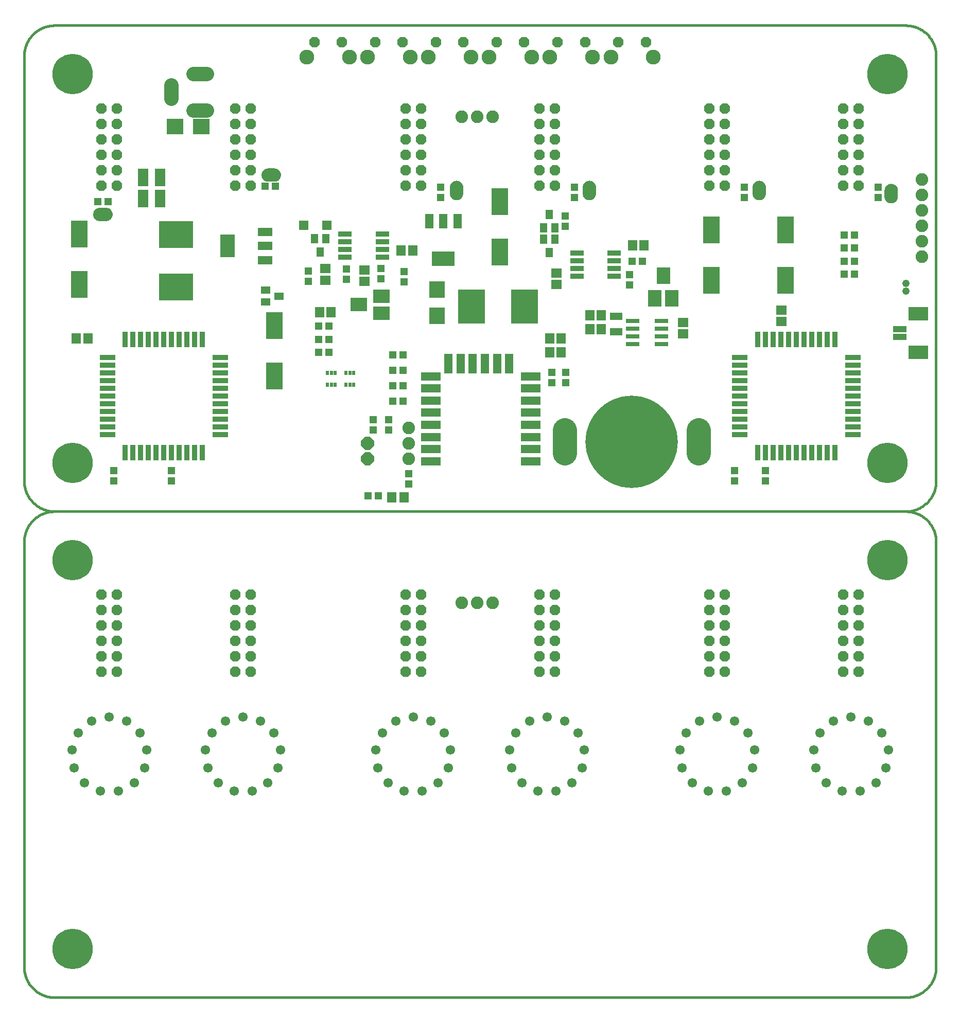
<source format=gts>
G75*
%MOIN*%
%OFA0B0*%
%FSLAX25Y25*%
%IPPOS*%
%LPD*%
%AMOC8*
5,1,8,0,0,1.08239X$1,22.5*
%
%ADD10C,0.01600*%
%ADD11C,0.08200*%
%ADD12OC8,0.08400*%
%ADD13R,0.04737X0.05131*%
%ADD14R,0.05131X0.04737*%
%ADD15OC8,0.06800*%
%ADD16R,0.03359X0.10249*%
%ADD17R,0.10249X0.03359*%
%ADD18R,0.02454X0.03162*%
%ADD19R,0.08800X0.03400*%
%ADD20R,0.07099X0.11430*%
%ADD21R,0.06312X0.06312*%
%ADD22R,0.06312X0.04737*%
%ADD23R,0.04737X0.06312*%
%ADD24R,0.22454X0.17335*%
%ADD25R,0.10643X0.17729*%
%ADD26R,0.12611X0.05524*%
%ADD27R,0.05524X0.12611*%
%ADD28R,0.17335X0.22454*%
%ADD29R,0.08600X0.03000*%
%ADD30R,0.05918X0.06706*%
%ADD31R,0.06706X0.05918*%
%ADD32R,0.08280X0.05131*%
%ADD33C,0.59855*%
%ADD34C,0.15800*%
%ADD35R,0.12611X0.09068*%
%ADD36R,0.08674X0.03950*%
%ADD37C,0.04769*%
%ADD38R,0.09855X0.10643*%
%ADD39R,0.10643X0.09855*%
%ADD40C,0.09400*%
%ADD41C,0.09650*%
%ADD42R,0.10643X0.08674*%
%ADD43R,0.11036X0.08674*%
%ADD44R,0.05918X0.07099*%
%ADD45R,0.08674X0.10643*%
%ADD46R,0.08674X0.11036*%
%ADD47R,0.05600X0.09600*%
%ADD48R,0.14973X0.09461*%
%ADD49R,0.09600X0.05600*%
%ADD50R,0.09461X0.14973*%
%ADD51C,0.06107*%
%ADD52C,0.00500*%
%ADD53C,0.26200*%
D10*
X0001800Y0021485D02*
X0001800Y0297076D01*
X0001806Y0297552D01*
X0001823Y0298027D01*
X0001852Y0298502D01*
X0001892Y0298976D01*
X0001944Y0299449D01*
X0002007Y0299920D01*
X0002081Y0300390D01*
X0002167Y0300858D01*
X0002264Y0301324D01*
X0002372Y0301787D01*
X0002491Y0302247D01*
X0002622Y0302705D01*
X0002763Y0303159D01*
X0002916Y0303610D01*
X0003079Y0304056D01*
X0003253Y0304499D01*
X0003438Y0304937D01*
X0003633Y0305371D01*
X0003839Y0305800D01*
X0004055Y0306224D01*
X0004281Y0306643D01*
X0004517Y0307056D01*
X0004763Y0307463D01*
X0005019Y0307864D01*
X0005285Y0308258D01*
X0005560Y0308647D01*
X0005844Y0309028D01*
X0006137Y0309402D01*
X0006439Y0309770D01*
X0006751Y0310130D01*
X0007070Y0310482D01*
X0007398Y0310826D01*
X0007735Y0311163D01*
X0008079Y0311491D01*
X0008431Y0311810D01*
X0008791Y0312122D01*
X0009159Y0312424D01*
X0009533Y0312717D01*
X0009914Y0313001D01*
X0010303Y0313276D01*
X0010697Y0313542D01*
X0011098Y0313798D01*
X0011505Y0314044D01*
X0011918Y0314280D01*
X0012337Y0314506D01*
X0012761Y0314722D01*
X0013190Y0314928D01*
X0013624Y0315123D01*
X0014062Y0315308D01*
X0014505Y0315482D01*
X0014951Y0315645D01*
X0015402Y0315798D01*
X0015856Y0315939D01*
X0016314Y0316070D01*
X0016774Y0316189D01*
X0017237Y0316297D01*
X0017703Y0316394D01*
X0018171Y0316480D01*
X0018641Y0316554D01*
X0019112Y0316617D01*
X0019585Y0316669D01*
X0020059Y0316709D01*
X0020534Y0316738D01*
X0021009Y0316755D01*
X0021485Y0316761D01*
X0572666Y0316761D01*
X0573142Y0316755D01*
X0573617Y0316738D01*
X0574092Y0316709D01*
X0574566Y0316669D01*
X0575039Y0316617D01*
X0575510Y0316554D01*
X0575980Y0316480D01*
X0576448Y0316394D01*
X0576914Y0316297D01*
X0577377Y0316189D01*
X0577837Y0316070D01*
X0578295Y0315939D01*
X0578749Y0315798D01*
X0579200Y0315645D01*
X0579646Y0315482D01*
X0580089Y0315308D01*
X0580527Y0315123D01*
X0580961Y0314928D01*
X0581390Y0314722D01*
X0581814Y0314506D01*
X0582233Y0314280D01*
X0582646Y0314044D01*
X0583053Y0313798D01*
X0583454Y0313542D01*
X0583848Y0313276D01*
X0584237Y0313001D01*
X0584618Y0312717D01*
X0584992Y0312424D01*
X0585360Y0312122D01*
X0585720Y0311810D01*
X0586072Y0311491D01*
X0586416Y0311163D01*
X0586753Y0310826D01*
X0587081Y0310482D01*
X0587400Y0310130D01*
X0587712Y0309770D01*
X0588014Y0309402D01*
X0588307Y0309028D01*
X0588591Y0308647D01*
X0588866Y0308258D01*
X0589132Y0307864D01*
X0589388Y0307463D01*
X0589634Y0307056D01*
X0589870Y0306643D01*
X0590096Y0306224D01*
X0590312Y0305800D01*
X0590518Y0305371D01*
X0590713Y0304937D01*
X0590898Y0304499D01*
X0591072Y0304056D01*
X0591235Y0303610D01*
X0591388Y0303159D01*
X0591529Y0302705D01*
X0591660Y0302247D01*
X0591779Y0301787D01*
X0591887Y0301324D01*
X0591984Y0300858D01*
X0592070Y0300390D01*
X0592144Y0299920D01*
X0592207Y0299449D01*
X0592259Y0298976D01*
X0592299Y0298502D01*
X0592328Y0298027D01*
X0592345Y0297552D01*
X0592351Y0297076D01*
X0592351Y0021485D01*
X0592345Y0021009D01*
X0592328Y0020534D01*
X0592299Y0020059D01*
X0592259Y0019585D01*
X0592207Y0019112D01*
X0592144Y0018641D01*
X0592070Y0018171D01*
X0591984Y0017703D01*
X0591887Y0017237D01*
X0591779Y0016774D01*
X0591660Y0016314D01*
X0591529Y0015856D01*
X0591388Y0015402D01*
X0591235Y0014951D01*
X0591072Y0014505D01*
X0590898Y0014062D01*
X0590713Y0013624D01*
X0590518Y0013190D01*
X0590312Y0012761D01*
X0590096Y0012337D01*
X0589870Y0011918D01*
X0589634Y0011505D01*
X0589388Y0011098D01*
X0589132Y0010697D01*
X0588866Y0010303D01*
X0588591Y0009914D01*
X0588307Y0009533D01*
X0588014Y0009159D01*
X0587712Y0008791D01*
X0587400Y0008431D01*
X0587081Y0008079D01*
X0586753Y0007735D01*
X0586416Y0007398D01*
X0586072Y0007070D01*
X0585720Y0006751D01*
X0585360Y0006439D01*
X0584992Y0006137D01*
X0584618Y0005844D01*
X0584237Y0005560D01*
X0583848Y0005285D01*
X0583454Y0005019D01*
X0583053Y0004763D01*
X0582646Y0004517D01*
X0582233Y0004281D01*
X0581814Y0004055D01*
X0581390Y0003839D01*
X0580961Y0003633D01*
X0580527Y0003438D01*
X0580089Y0003253D01*
X0579646Y0003079D01*
X0579200Y0002916D01*
X0578749Y0002763D01*
X0578295Y0002622D01*
X0577837Y0002491D01*
X0577377Y0002372D01*
X0576914Y0002264D01*
X0576448Y0002167D01*
X0575980Y0002081D01*
X0575510Y0002007D01*
X0575039Y0001944D01*
X0574566Y0001892D01*
X0574092Y0001852D01*
X0573617Y0001823D01*
X0573142Y0001806D01*
X0572666Y0001800D01*
X0021485Y0001800D01*
X0021009Y0001806D01*
X0020534Y0001823D01*
X0020059Y0001852D01*
X0019585Y0001892D01*
X0019112Y0001944D01*
X0018641Y0002007D01*
X0018171Y0002081D01*
X0017703Y0002167D01*
X0017237Y0002264D01*
X0016774Y0002372D01*
X0016314Y0002491D01*
X0015856Y0002622D01*
X0015402Y0002763D01*
X0014951Y0002916D01*
X0014505Y0003079D01*
X0014062Y0003253D01*
X0013624Y0003438D01*
X0013190Y0003633D01*
X0012761Y0003839D01*
X0012337Y0004055D01*
X0011918Y0004281D01*
X0011505Y0004517D01*
X0011098Y0004763D01*
X0010697Y0005019D01*
X0010303Y0005285D01*
X0009914Y0005560D01*
X0009533Y0005844D01*
X0009159Y0006137D01*
X0008791Y0006439D01*
X0008431Y0006751D01*
X0008079Y0007070D01*
X0007735Y0007398D01*
X0007398Y0007735D01*
X0007070Y0008079D01*
X0006751Y0008431D01*
X0006439Y0008791D01*
X0006137Y0009159D01*
X0005844Y0009533D01*
X0005560Y0009914D01*
X0005285Y0010303D01*
X0005019Y0010697D01*
X0004763Y0011098D01*
X0004517Y0011505D01*
X0004281Y0011918D01*
X0004055Y0012337D01*
X0003839Y0012761D01*
X0003633Y0013190D01*
X0003438Y0013624D01*
X0003253Y0014062D01*
X0003079Y0014505D01*
X0002916Y0014951D01*
X0002763Y0015402D01*
X0002622Y0015856D01*
X0002491Y0016314D01*
X0002372Y0016774D01*
X0002264Y0017237D01*
X0002167Y0017703D01*
X0002081Y0018171D01*
X0002007Y0018641D01*
X0001944Y0019112D01*
X0001892Y0019585D01*
X0001852Y0020059D01*
X0001823Y0020534D01*
X0001806Y0021009D01*
X0001800Y0021485D01*
X0001800Y0336446D02*
X0001800Y0612036D01*
X0001806Y0612512D01*
X0001823Y0612987D01*
X0001852Y0613462D01*
X0001892Y0613936D01*
X0001944Y0614409D01*
X0002007Y0614880D01*
X0002081Y0615350D01*
X0002167Y0615818D01*
X0002264Y0616284D01*
X0002372Y0616747D01*
X0002491Y0617207D01*
X0002622Y0617665D01*
X0002763Y0618119D01*
X0002916Y0618570D01*
X0003079Y0619016D01*
X0003253Y0619459D01*
X0003438Y0619897D01*
X0003633Y0620331D01*
X0003839Y0620760D01*
X0004055Y0621184D01*
X0004281Y0621603D01*
X0004517Y0622016D01*
X0004763Y0622423D01*
X0005019Y0622824D01*
X0005285Y0623218D01*
X0005560Y0623607D01*
X0005844Y0623988D01*
X0006137Y0624362D01*
X0006439Y0624730D01*
X0006751Y0625090D01*
X0007070Y0625442D01*
X0007398Y0625786D01*
X0007735Y0626123D01*
X0008079Y0626451D01*
X0008431Y0626770D01*
X0008791Y0627082D01*
X0009159Y0627384D01*
X0009533Y0627677D01*
X0009914Y0627961D01*
X0010303Y0628236D01*
X0010697Y0628502D01*
X0011098Y0628758D01*
X0011505Y0629004D01*
X0011918Y0629240D01*
X0012337Y0629466D01*
X0012761Y0629682D01*
X0013190Y0629888D01*
X0013624Y0630083D01*
X0014062Y0630268D01*
X0014505Y0630442D01*
X0014951Y0630605D01*
X0015402Y0630758D01*
X0015856Y0630899D01*
X0016314Y0631030D01*
X0016774Y0631149D01*
X0017237Y0631257D01*
X0017703Y0631354D01*
X0018171Y0631440D01*
X0018641Y0631514D01*
X0019112Y0631577D01*
X0019585Y0631629D01*
X0020059Y0631669D01*
X0020534Y0631698D01*
X0021009Y0631715D01*
X0021485Y0631721D01*
X0572666Y0631721D01*
X0573142Y0631715D01*
X0573617Y0631698D01*
X0574092Y0631669D01*
X0574566Y0631629D01*
X0575039Y0631577D01*
X0575510Y0631514D01*
X0575980Y0631440D01*
X0576448Y0631354D01*
X0576914Y0631257D01*
X0577377Y0631149D01*
X0577837Y0631030D01*
X0578295Y0630899D01*
X0578749Y0630758D01*
X0579200Y0630605D01*
X0579646Y0630442D01*
X0580089Y0630268D01*
X0580527Y0630083D01*
X0580961Y0629888D01*
X0581390Y0629682D01*
X0581814Y0629466D01*
X0582233Y0629240D01*
X0582646Y0629004D01*
X0583053Y0628758D01*
X0583454Y0628502D01*
X0583848Y0628236D01*
X0584237Y0627961D01*
X0584618Y0627677D01*
X0584992Y0627384D01*
X0585360Y0627082D01*
X0585720Y0626770D01*
X0586072Y0626451D01*
X0586416Y0626123D01*
X0586753Y0625786D01*
X0587081Y0625442D01*
X0587400Y0625090D01*
X0587712Y0624730D01*
X0588014Y0624362D01*
X0588307Y0623988D01*
X0588591Y0623607D01*
X0588866Y0623218D01*
X0589132Y0622824D01*
X0589388Y0622423D01*
X0589634Y0622016D01*
X0589870Y0621603D01*
X0590096Y0621184D01*
X0590312Y0620760D01*
X0590518Y0620331D01*
X0590713Y0619897D01*
X0590898Y0619459D01*
X0591072Y0619016D01*
X0591235Y0618570D01*
X0591388Y0618119D01*
X0591529Y0617665D01*
X0591660Y0617207D01*
X0591779Y0616747D01*
X0591887Y0616284D01*
X0591984Y0615818D01*
X0592070Y0615350D01*
X0592144Y0614880D01*
X0592207Y0614409D01*
X0592259Y0613936D01*
X0592299Y0613462D01*
X0592328Y0612987D01*
X0592345Y0612512D01*
X0592351Y0612036D01*
X0592351Y0336446D01*
X0592345Y0335970D01*
X0592328Y0335495D01*
X0592299Y0335020D01*
X0592259Y0334546D01*
X0592207Y0334073D01*
X0592144Y0333602D01*
X0592070Y0333132D01*
X0591984Y0332664D01*
X0591887Y0332198D01*
X0591779Y0331735D01*
X0591660Y0331275D01*
X0591529Y0330817D01*
X0591388Y0330363D01*
X0591235Y0329912D01*
X0591072Y0329466D01*
X0590898Y0329023D01*
X0590713Y0328585D01*
X0590518Y0328151D01*
X0590312Y0327722D01*
X0590096Y0327298D01*
X0589870Y0326879D01*
X0589634Y0326466D01*
X0589388Y0326059D01*
X0589132Y0325658D01*
X0588866Y0325264D01*
X0588591Y0324875D01*
X0588307Y0324494D01*
X0588014Y0324120D01*
X0587712Y0323752D01*
X0587400Y0323392D01*
X0587081Y0323040D01*
X0586753Y0322696D01*
X0586416Y0322359D01*
X0586072Y0322031D01*
X0585720Y0321712D01*
X0585360Y0321400D01*
X0584992Y0321098D01*
X0584618Y0320805D01*
X0584237Y0320521D01*
X0583848Y0320246D01*
X0583454Y0319980D01*
X0583053Y0319724D01*
X0582646Y0319478D01*
X0582233Y0319242D01*
X0581814Y0319016D01*
X0581390Y0318800D01*
X0580961Y0318594D01*
X0580527Y0318399D01*
X0580089Y0318214D01*
X0579646Y0318040D01*
X0579200Y0317877D01*
X0578749Y0317724D01*
X0578295Y0317583D01*
X0577837Y0317452D01*
X0577377Y0317333D01*
X0576914Y0317225D01*
X0576448Y0317128D01*
X0575980Y0317042D01*
X0575510Y0316968D01*
X0575039Y0316905D01*
X0574566Y0316853D01*
X0574092Y0316813D01*
X0573617Y0316784D01*
X0573142Y0316767D01*
X0572666Y0316761D01*
X0021485Y0316761D02*
X0021009Y0316767D01*
X0020534Y0316784D01*
X0020059Y0316813D01*
X0019585Y0316853D01*
X0019112Y0316905D01*
X0018641Y0316968D01*
X0018171Y0317042D01*
X0017703Y0317128D01*
X0017237Y0317225D01*
X0016774Y0317333D01*
X0016314Y0317452D01*
X0015856Y0317583D01*
X0015402Y0317724D01*
X0014951Y0317877D01*
X0014505Y0318040D01*
X0014062Y0318214D01*
X0013624Y0318399D01*
X0013190Y0318594D01*
X0012761Y0318800D01*
X0012337Y0319016D01*
X0011918Y0319242D01*
X0011505Y0319478D01*
X0011098Y0319724D01*
X0010697Y0319980D01*
X0010303Y0320246D01*
X0009914Y0320521D01*
X0009533Y0320805D01*
X0009159Y0321098D01*
X0008791Y0321400D01*
X0008431Y0321712D01*
X0008079Y0322031D01*
X0007735Y0322359D01*
X0007398Y0322696D01*
X0007070Y0323040D01*
X0006751Y0323392D01*
X0006439Y0323752D01*
X0006137Y0324120D01*
X0005844Y0324494D01*
X0005560Y0324875D01*
X0005285Y0325264D01*
X0005019Y0325658D01*
X0004763Y0326059D01*
X0004517Y0326466D01*
X0004281Y0326879D01*
X0004055Y0327298D01*
X0003839Y0327722D01*
X0003633Y0328151D01*
X0003438Y0328585D01*
X0003253Y0329023D01*
X0003079Y0329466D01*
X0002916Y0329912D01*
X0002763Y0330363D01*
X0002622Y0330817D01*
X0002491Y0331275D01*
X0002372Y0331735D01*
X0002264Y0332198D01*
X0002167Y0332664D01*
X0002081Y0333132D01*
X0002007Y0333602D01*
X0001944Y0334073D01*
X0001892Y0334546D01*
X0001852Y0335020D01*
X0001823Y0335495D01*
X0001806Y0335970D01*
X0001800Y0336446D01*
D11*
X0250800Y0350761D03*
X0250800Y0360761D03*
X0250800Y0370761D03*
X0285265Y0257706D03*
X0295265Y0257706D03*
X0305265Y0257706D03*
X0583178Y0481792D03*
X0583178Y0491792D03*
X0583178Y0501792D03*
X0583178Y0511792D03*
X0583178Y0521792D03*
X0583178Y0531792D03*
X0305265Y0572666D03*
X0295265Y0572666D03*
X0285265Y0572666D03*
D12*
X0224300Y0360761D03*
X0224300Y0350761D03*
D13*
X0224454Y0326761D03*
X0231146Y0326761D03*
X0240454Y0388261D03*
X0247146Y0388261D03*
X0247146Y0398261D03*
X0240454Y0398261D03*
X0240454Y0408261D03*
X0247146Y0408261D03*
X0247146Y0418261D03*
X0240454Y0418261D03*
X0199146Y0419761D03*
X0199146Y0428261D03*
X0199146Y0436761D03*
X0192454Y0436761D03*
X0192454Y0428261D03*
X0192454Y0419761D03*
X0164595Y0527391D03*
X0157902Y0527391D03*
X0056328Y0517548D03*
X0049635Y0517548D03*
X0395454Y0478761D03*
X0402146Y0478761D03*
X0532792Y0478946D03*
X0539485Y0478946D03*
X0539485Y0487446D03*
X0532792Y0487446D03*
X0532792Y0495946D03*
X0539485Y0495946D03*
X0539485Y0470446D03*
X0532792Y0470446D03*
D14*
X0554950Y0520107D03*
X0554950Y0526800D03*
X0468335Y0526800D03*
X0468335Y0520107D03*
X0393800Y0470107D03*
X0393800Y0463414D03*
X0352300Y0501414D03*
X0352300Y0508107D03*
X0358099Y0520107D03*
X0358099Y0526800D03*
X0271485Y0526800D03*
X0271485Y0520107D03*
X0247800Y0472107D03*
X0247800Y0465414D03*
X0232957Y0467517D03*
X0232957Y0474209D03*
X0210643Y0474005D03*
X0210643Y0467312D03*
X0185698Y0465981D03*
X0185698Y0472674D03*
X0227800Y0376107D03*
X0227800Y0369414D03*
X0237800Y0369414D03*
X0237800Y0376107D03*
X0250800Y0341107D03*
X0250800Y0334414D03*
X0343406Y0400083D03*
X0343406Y0406776D03*
X0352406Y0406776D03*
X0352406Y0400083D03*
X0461800Y0343107D03*
X0461800Y0336414D03*
X0481800Y0336414D03*
X0481800Y0343107D03*
X0097300Y0343107D03*
X0097300Y0336414D03*
X0059800Y0336414D03*
X0059800Y0343107D03*
D15*
X0061918Y0263020D03*
X0061918Y0253020D03*
X0061918Y0243020D03*
X0061918Y0233020D03*
X0061918Y0223020D03*
X0061918Y0213020D03*
X0051918Y0213020D03*
X0051918Y0223020D03*
X0051918Y0233020D03*
X0051918Y0243020D03*
X0051918Y0253020D03*
X0051918Y0263020D03*
X0138532Y0263020D03*
X0138532Y0253020D03*
X0138532Y0243020D03*
X0138532Y0233020D03*
X0138532Y0223020D03*
X0138532Y0213020D03*
X0148532Y0213020D03*
X0148532Y0223020D03*
X0148532Y0233020D03*
X0148532Y0243020D03*
X0148532Y0253020D03*
X0148532Y0263020D03*
X0248769Y0263020D03*
X0258769Y0263020D03*
X0258769Y0253020D03*
X0258769Y0243020D03*
X0248769Y0243020D03*
X0248769Y0253020D03*
X0248769Y0233020D03*
X0258769Y0233020D03*
X0258769Y0223020D03*
X0248769Y0223020D03*
X0248769Y0213020D03*
X0258769Y0213020D03*
X0335383Y0213020D03*
X0345383Y0213020D03*
X0345383Y0223020D03*
X0345383Y0233020D03*
X0335383Y0233020D03*
X0335383Y0223020D03*
X0335383Y0243020D03*
X0335383Y0253020D03*
X0345383Y0253020D03*
X0345383Y0243020D03*
X0345383Y0263020D03*
X0335383Y0263020D03*
X0445619Y0263020D03*
X0445619Y0253020D03*
X0445619Y0243020D03*
X0445619Y0233020D03*
X0445619Y0223020D03*
X0445619Y0213020D03*
X0455619Y0213020D03*
X0455619Y0223020D03*
X0455619Y0233020D03*
X0455619Y0243020D03*
X0455619Y0253020D03*
X0455619Y0263020D03*
X0532233Y0263020D03*
X0542233Y0263020D03*
X0542233Y0253020D03*
X0542233Y0243020D03*
X0532233Y0243020D03*
X0532233Y0253020D03*
X0532233Y0233020D03*
X0532233Y0223020D03*
X0542233Y0223020D03*
X0542233Y0233020D03*
X0542233Y0213020D03*
X0532233Y0213020D03*
X0532233Y0527981D03*
X0542233Y0527981D03*
X0542233Y0537981D03*
X0532233Y0537981D03*
X0532233Y0547981D03*
X0542233Y0547981D03*
X0542233Y0557981D03*
X0532233Y0557981D03*
X0532233Y0567981D03*
X0542233Y0567981D03*
X0542233Y0577981D03*
X0532233Y0577981D03*
X0455619Y0577981D03*
X0455619Y0567981D03*
X0455619Y0557981D03*
X0455619Y0547981D03*
X0455619Y0537981D03*
X0455619Y0527981D03*
X0445619Y0527981D03*
X0445619Y0537981D03*
X0445619Y0547981D03*
X0445619Y0557981D03*
X0445619Y0567981D03*
X0445619Y0577981D03*
X0404401Y0620873D03*
X0386601Y0620873D03*
X0365031Y0620873D03*
X0347231Y0620873D03*
X0325661Y0620873D03*
X0307861Y0620873D03*
X0286291Y0620873D03*
X0268491Y0620873D03*
X0246920Y0620873D03*
X0229120Y0620873D03*
X0207550Y0620873D03*
X0189750Y0620873D03*
X0148532Y0577981D03*
X0138532Y0577981D03*
X0138532Y0567981D03*
X0138532Y0557981D03*
X0138532Y0547981D03*
X0138532Y0537981D03*
X0138532Y0527981D03*
X0148532Y0527981D03*
X0148532Y0537981D03*
X0148532Y0547981D03*
X0148532Y0557981D03*
X0148532Y0567981D03*
X0061918Y0567981D03*
X0061918Y0557981D03*
X0051918Y0557981D03*
X0051918Y0567981D03*
X0051918Y0577981D03*
X0061918Y0577981D03*
X0061918Y0547981D03*
X0051918Y0547981D03*
X0051918Y0537981D03*
X0051918Y0527981D03*
X0061918Y0527981D03*
X0061918Y0537981D03*
X0248769Y0537981D03*
X0258769Y0537981D03*
X0258769Y0527981D03*
X0248769Y0527981D03*
X0248769Y0547981D03*
X0258769Y0547981D03*
X0258769Y0557981D03*
X0258769Y0567981D03*
X0248769Y0567981D03*
X0248769Y0557981D03*
X0248769Y0577981D03*
X0258769Y0577981D03*
X0335383Y0577981D03*
X0345383Y0577981D03*
X0345383Y0567981D03*
X0345383Y0557981D03*
X0345383Y0547981D03*
X0345383Y0537981D03*
X0345383Y0527981D03*
X0335383Y0527981D03*
X0335383Y0537981D03*
X0335383Y0547981D03*
X0335383Y0557981D03*
X0335383Y0567981D03*
D16*
X0476800Y0428178D03*
X0481800Y0428178D03*
X0486800Y0428178D03*
X0491800Y0428178D03*
X0496800Y0428178D03*
X0501800Y0428178D03*
X0506800Y0428178D03*
X0511800Y0428178D03*
X0516800Y0428178D03*
X0521800Y0428178D03*
X0526800Y0428178D03*
X0526800Y0354950D03*
X0521800Y0354950D03*
X0516800Y0354950D03*
X0511800Y0354950D03*
X0506800Y0354950D03*
X0501800Y0354950D03*
X0496800Y0354950D03*
X0491800Y0354950D03*
X0486800Y0354950D03*
X0481800Y0354950D03*
X0476800Y0354950D03*
X0117351Y0354950D03*
X0112351Y0354950D03*
X0107351Y0354950D03*
X0102351Y0354950D03*
X0097351Y0354950D03*
X0092351Y0354950D03*
X0087351Y0354950D03*
X0082351Y0354950D03*
X0077351Y0354950D03*
X0072351Y0354950D03*
X0067351Y0354950D03*
X0067351Y0428178D03*
X0072351Y0428178D03*
X0077351Y0428178D03*
X0082351Y0428178D03*
X0087351Y0428178D03*
X0092351Y0428178D03*
X0097351Y0428178D03*
X0102351Y0428178D03*
X0107351Y0428178D03*
X0112351Y0428178D03*
X0117351Y0428178D03*
D17*
X0128965Y0416564D03*
X0128965Y0411564D03*
X0128965Y0406564D03*
X0128965Y0401564D03*
X0128965Y0396564D03*
X0128965Y0391564D03*
X0128965Y0386564D03*
X0128965Y0381564D03*
X0128965Y0376564D03*
X0128965Y0371564D03*
X0128965Y0366564D03*
X0055737Y0366564D03*
X0055737Y0371564D03*
X0055737Y0376564D03*
X0055737Y0381564D03*
X0055737Y0386564D03*
X0055737Y0391564D03*
X0055737Y0396564D03*
X0055737Y0401564D03*
X0055737Y0406564D03*
X0055737Y0411564D03*
X0055737Y0416564D03*
X0465186Y0416564D03*
X0465186Y0411564D03*
X0465186Y0406564D03*
X0465186Y0401564D03*
X0465186Y0396564D03*
X0465186Y0391564D03*
X0465186Y0386564D03*
X0465186Y0381564D03*
X0465186Y0376564D03*
X0465186Y0371564D03*
X0465186Y0366564D03*
X0538414Y0366564D03*
X0538414Y0371564D03*
X0538414Y0376564D03*
X0538414Y0381564D03*
X0538414Y0386564D03*
X0538414Y0391564D03*
X0538414Y0396564D03*
X0538414Y0401564D03*
X0538414Y0406564D03*
X0538414Y0411564D03*
X0538414Y0416564D03*
D18*
X0215359Y0406501D03*
X0212800Y0406501D03*
X0210241Y0406501D03*
X0203359Y0406501D03*
X0200800Y0406501D03*
X0198241Y0406501D03*
X0198241Y0399020D03*
X0200800Y0399020D03*
X0203359Y0399020D03*
X0210241Y0399020D03*
X0212800Y0399020D03*
X0215359Y0399020D03*
D19*
X0209582Y0481434D03*
X0209582Y0486434D03*
X0209582Y0491434D03*
X0209582Y0496434D03*
X0233782Y0496434D03*
X0233782Y0491434D03*
X0233782Y0486434D03*
X0233782Y0481434D03*
X0359755Y0479300D03*
X0359755Y0474300D03*
X0359755Y0469300D03*
X0359755Y0484300D03*
X0383955Y0484300D03*
X0383955Y0479300D03*
X0383955Y0474300D03*
X0383955Y0469300D03*
D20*
X0089989Y0519517D03*
X0078965Y0519517D03*
X0078965Y0533296D03*
X0089989Y0533296D03*
D21*
X0182902Y0502154D03*
X0197863Y0502154D03*
D22*
X0166879Y0456328D03*
X0158217Y0460068D03*
X0158217Y0452587D03*
D23*
X0193493Y0484989D03*
X0197233Y0493650D03*
X0189753Y0493650D03*
X0338060Y0493091D03*
X0338060Y0500430D03*
X0345540Y0500430D03*
X0345540Y0493091D03*
X0341800Y0484430D03*
X0341800Y0509091D03*
D24*
X0100209Y0496312D03*
X0100209Y0462060D03*
D25*
X0037391Y0463713D03*
X0037391Y0496391D03*
X0163847Y0437194D03*
X0163847Y0404517D03*
X0309800Y0484922D03*
X0309800Y0517599D03*
X0446800Y0499099D03*
X0446800Y0466422D03*
X0494800Y0466422D03*
X0494800Y0499099D03*
D26*
X0329753Y0404359D03*
X0329753Y0396485D03*
X0329753Y0388611D03*
X0329753Y0380737D03*
X0329753Y0372863D03*
X0329753Y0364989D03*
X0329753Y0357115D03*
X0329753Y0349241D03*
X0265186Y0349241D03*
X0265186Y0357115D03*
X0265186Y0364989D03*
X0265186Y0372863D03*
X0265186Y0380737D03*
X0265186Y0388611D03*
X0265186Y0396485D03*
X0265186Y0404359D03*
D27*
X0276603Y0412627D03*
X0284477Y0412627D03*
X0292351Y0412627D03*
X0300225Y0412627D03*
X0308099Y0412627D03*
X0315973Y0412627D03*
D28*
X0325816Y0449627D03*
X0291564Y0449627D03*
D29*
X0395980Y0440300D03*
X0395980Y0435300D03*
X0395980Y0430300D03*
X0395980Y0425300D03*
X0414580Y0425300D03*
X0414580Y0430300D03*
X0414580Y0435300D03*
X0414580Y0440300D03*
D30*
X0375540Y0443761D03*
X0368060Y0443761D03*
X0368060Y0434761D03*
X0375540Y0434761D03*
X0349540Y0428761D03*
X0342060Y0428761D03*
X0342060Y0419761D03*
X0349540Y0419761D03*
X0395816Y0489123D03*
X0403296Y0489123D03*
X0253422Y0485824D03*
X0245942Y0485824D03*
X0200540Y0445761D03*
X0193060Y0445761D03*
X0043115Y0428863D03*
X0035635Y0428863D03*
D31*
X0196831Y0466643D03*
X0196831Y0474123D03*
X0222178Y0473335D03*
X0222178Y0465855D03*
X0346682Y0463887D03*
X0346682Y0471367D03*
X0428650Y0439209D03*
X0428650Y0431729D03*
X0492257Y0439792D03*
X0492257Y0447272D03*
D32*
X0385225Y0443194D03*
X0385225Y0433351D03*
D33*
X0395146Y0362020D03*
D34*
X0351898Y0354520D02*
X0351898Y0369520D01*
X0438394Y0369520D02*
X0438394Y0354520D01*
D35*
X0580721Y0419985D03*
X0580721Y0444985D03*
D36*
X0568910Y0434946D03*
X0568910Y0430024D03*
D37*
X0572816Y0459552D03*
X0572816Y0464670D03*
D38*
X0269359Y0460587D03*
X0269359Y0443658D03*
D39*
X0116367Y0566178D03*
X0099438Y0566178D03*
D40*
X0111673Y0576603D02*
X0120273Y0576603D01*
X0097076Y0584114D02*
X0097076Y0592714D01*
X0111673Y0600225D02*
X0120273Y0600225D01*
D41*
X0184850Y0611073D03*
X0212450Y0611073D03*
X0224220Y0611073D03*
X0251820Y0611073D03*
X0263591Y0611073D03*
X0291191Y0611073D03*
X0302961Y0611073D03*
X0330561Y0611073D03*
X0342331Y0611073D03*
X0369931Y0611073D03*
X0381701Y0611073D03*
X0409301Y0611073D03*
D42*
X0218517Y0450761D03*
D43*
X0233280Y0456272D03*
X0233280Y0445249D03*
D44*
X0239863Y0325761D03*
X0247737Y0325761D03*
D45*
X0415800Y0469544D03*
D46*
X0410288Y0454780D03*
X0421312Y0454780D03*
D47*
X0282400Y0504961D03*
X0273300Y0504961D03*
X0264200Y0504961D03*
D48*
X0273300Y0480560D03*
D49*
X0158000Y0479661D03*
X0158000Y0488761D03*
X0158000Y0497861D03*
D50*
X0133599Y0488761D03*
D51*
X0143532Y0183650D03*
X0132207Y0180859D03*
X0123476Y0173124D03*
X0119340Y0162218D03*
X0120746Y0150639D03*
X0127372Y0141039D03*
X0137700Y0135619D03*
X0149364Y0135619D03*
X0159693Y0141039D03*
X0166319Y0150639D03*
X0167724Y0162218D03*
X0163588Y0173124D03*
X0154857Y0180859D03*
X0081110Y0162218D03*
X0076974Y0173124D03*
X0068243Y0180859D03*
X0056918Y0183650D03*
X0045593Y0180859D03*
X0036862Y0173124D03*
X0032726Y0162218D03*
X0034132Y0150639D03*
X0040758Y0141039D03*
X0051086Y0135619D03*
X0062750Y0135619D03*
X0073078Y0141039D03*
X0079704Y0150639D03*
X0229576Y0162218D03*
X0233713Y0173124D03*
X0242443Y0180859D03*
X0253769Y0183650D03*
X0265094Y0180859D03*
X0273824Y0173124D03*
X0277961Y0162218D03*
X0276555Y0150639D03*
X0269929Y0141039D03*
X0259600Y0135619D03*
X0247937Y0135619D03*
X0237608Y0141039D03*
X0230982Y0150639D03*
X0316191Y0162218D03*
X0320327Y0173124D03*
X0329057Y0180859D03*
X0340383Y0183650D03*
X0351708Y0180859D03*
X0360439Y0173124D03*
X0364575Y0162218D03*
X0363169Y0150639D03*
X0356543Y0141039D03*
X0346215Y0135619D03*
X0334551Y0135619D03*
X0324222Y0141039D03*
X0317596Y0150639D03*
X0426427Y0162218D03*
X0430563Y0173124D03*
X0439294Y0180859D03*
X0450619Y0183650D03*
X0461944Y0180859D03*
X0470675Y0173124D03*
X0474811Y0162218D03*
X0473405Y0150639D03*
X0466779Y0141039D03*
X0456451Y0135619D03*
X0444787Y0135619D03*
X0434459Y0141039D03*
X0427833Y0150639D03*
X0513041Y0162218D03*
X0517177Y0173124D03*
X0525908Y0180859D03*
X0537233Y0183650D03*
X0548558Y0180859D03*
X0557289Y0173124D03*
X0561425Y0162218D03*
X0560019Y0150639D03*
X0553393Y0141039D03*
X0543065Y0135619D03*
X0531401Y0135619D03*
X0521073Y0141039D03*
X0514447Y0150639D03*
D52*
X0562605Y0516821D02*
X0561932Y0517002D01*
X0561300Y0517297D01*
X0560729Y0517696D01*
X0560236Y0518189D01*
X0559836Y0518761D01*
X0559541Y0519393D01*
X0559361Y0520066D01*
X0559300Y0520761D01*
X0559300Y0524761D01*
X0559361Y0525455D01*
X0559541Y0526129D01*
X0559836Y0526761D01*
X0560236Y0527332D01*
X0560729Y0527825D01*
X0561300Y0528225D01*
X0561932Y0528519D01*
X0562605Y0528700D01*
X0563300Y0528761D01*
X0563995Y0528700D01*
X0564668Y0528519D01*
X0565300Y0528225D01*
X0565871Y0527825D01*
X0566364Y0527332D01*
X0566764Y0526761D01*
X0567059Y0526129D01*
X0567239Y0525455D01*
X0567300Y0524761D01*
X0567300Y0520761D01*
X0567239Y0520066D01*
X0567059Y0519393D01*
X0566764Y0518761D01*
X0566364Y0518189D01*
X0565871Y0517696D01*
X0565300Y0517297D01*
X0564668Y0517002D01*
X0563995Y0516821D01*
X0563300Y0516761D01*
X0562605Y0516821D01*
X0561588Y0517162D02*
X0565012Y0517162D01*
X0565820Y0517661D02*
X0560780Y0517661D01*
X0560266Y0518159D02*
X0566334Y0518159D01*
X0566692Y0518658D02*
X0559908Y0518658D01*
X0559651Y0519156D02*
X0566949Y0519156D01*
X0567129Y0519655D02*
X0559471Y0519655D01*
X0559353Y0520153D02*
X0567247Y0520153D01*
X0567290Y0520652D02*
X0559310Y0520652D01*
X0559300Y0521150D02*
X0567300Y0521150D01*
X0567300Y0521649D02*
X0559300Y0521649D01*
X0559300Y0522147D02*
X0567300Y0522147D01*
X0567300Y0522646D02*
X0559300Y0522646D01*
X0559300Y0523144D02*
X0567300Y0523144D01*
X0567300Y0523643D02*
X0559300Y0523643D01*
X0559300Y0524141D02*
X0567300Y0524141D01*
X0567300Y0524640D02*
X0559300Y0524640D01*
X0559333Y0525138D02*
X0567267Y0525138D01*
X0567191Y0525637D02*
X0559409Y0525637D01*
X0559544Y0526135D02*
X0567056Y0526135D01*
X0566823Y0526634D02*
X0559777Y0526634D01*
X0560096Y0527132D02*
X0566504Y0527132D01*
X0566065Y0527631D02*
X0560535Y0527631D01*
X0561164Y0528129D02*
X0565436Y0528129D01*
X0564263Y0528628D02*
X0562337Y0528628D01*
X0481800Y0526761D02*
X0481800Y0522761D01*
X0481739Y0522066D01*
X0481559Y0521393D01*
X0481264Y0520761D01*
X0480864Y0520189D01*
X0480371Y0519696D01*
X0479800Y0519297D01*
X0479168Y0519002D01*
X0478495Y0518821D01*
X0477800Y0518761D01*
X0477105Y0518821D01*
X0476432Y0519002D01*
X0475800Y0519297D01*
X0475229Y0519696D01*
X0474736Y0520189D01*
X0474336Y0520761D01*
X0474041Y0521393D01*
X0473861Y0522066D01*
X0473800Y0522761D01*
X0473800Y0526761D01*
X0473861Y0527455D01*
X0474041Y0528129D01*
X0474336Y0528761D01*
X0474736Y0529332D01*
X0475229Y0529825D01*
X0475800Y0530225D01*
X0476432Y0530519D01*
X0477105Y0530700D01*
X0477800Y0530761D01*
X0478495Y0530700D01*
X0479168Y0530519D01*
X0479800Y0530225D01*
X0480371Y0529825D01*
X0480864Y0529332D01*
X0481264Y0528761D01*
X0481559Y0528129D01*
X0481739Y0527455D01*
X0481800Y0526761D01*
X0481800Y0526634D02*
X0473800Y0526634D01*
X0473800Y0526135D02*
X0481800Y0526135D01*
X0481800Y0525637D02*
X0473800Y0525637D01*
X0473800Y0525138D02*
X0481800Y0525138D01*
X0481800Y0524640D02*
X0473800Y0524640D01*
X0473800Y0524141D02*
X0481800Y0524141D01*
X0481800Y0523643D02*
X0473800Y0523643D01*
X0473800Y0523144D02*
X0481800Y0523144D01*
X0481790Y0522646D02*
X0473810Y0522646D01*
X0473854Y0522147D02*
X0481746Y0522147D01*
X0481627Y0521649D02*
X0473973Y0521649D01*
X0474154Y0521150D02*
X0481446Y0521150D01*
X0481188Y0520652D02*
X0474412Y0520652D01*
X0474772Y0520153D02*
X0480828Y0520153D01*
X0480312Y0519655D02*
X0475288Y0519655D01*
X0476101Y0519156D02*
X0479499Y0519156D01*
X0481767Y0527132D02*
X0473833Y0527132D01*
X0473908Y0527631D02*
X0481692Y0527631D01*
X0481558Y0528129D02*
X0474042Y0528129D01*
X0474274Y0528628D02*
X0481326Y0528628D01*
X0481008Y0529126D02*
X0474592Y0529126D01*
X0475029Y0529625D02*
X0480571Y0529625D01*
X0479945Y0530123D02*
X0475655Y0530123D01*
X0476815Y0530622D02*
X0478785Y0530622D01*
X0371800Y0526761D02*
X0371800Y0522761D01*
X0371739Y0522066D01*
X0371559Y0521393D01*
X0371264Y0520761D01*
X0370864Y0520189D01*
X0370371Y0519696D01*
X0369800Y0519297D01*
X0369168Y0519002D01*
X0368495Y0518821D01*
X0367800Y0518761D01*
X0367105Y0518821D01*
X0366432Y0519002D01*
X0365800Y0519297D01*
X0365229Y0519696D01*
X0364736Y0520189D01*
X0364336Y0520761D01*
X0364041Y0521393D01*
X0363861Y0522066D01*
X0363800Y0522761D01*
X0363800Y0526761D01*
X0363861Y0527455D01*
X0364041Y0528129D01*
X0364336Y0528761D01*
X0364736Y0529332D01*
X0365229Y0529825D01*
X0365800Y0530225D01*
X0366432Y0530519D01*
X0367105Y0530700D01*
X0367800Y0530761D01*
X0368495Y0530700D01*
X0369168Y0530519D01*
X0369800Y0530225D01*
X0370371Y0529825D01*
X0370864Y0529332D01*
X0371264Y0528761D01*
X0371559Y0528129D01*
X0371739Y0527455D01*
X0371800Y0526761D01*
X0371800Y0526634D02*
X0363800Y0526634D01*
X0363800Y0526135D02*
X0371800Y0526135D01*
X0371800Y0525637D02*
X0363800Y0525637D01*
X0363800Y0525138D02*
X0371800Y0525138D01*
X0371800Y0524640D02*
X0363800Y0524640D01*
X0363800Y0524141D02*
X0371800Y0524141D01*
X0371800Y0523643D02*
X0363800Y0523643D01*
X0363800Y0523144D02*
X0371800Y0523144D01*
X0371790Y0522646D02*
X0363810Y0522646D01*
X0363854Y0522147D02*
X0371746Y0522147D01*
X0371627Y0521649D02*
X0363973Y0521649D01*
X0364154Y0521150D02*
X0371446Y0521150D01*
X0371188Y0520652D02*
X0364412Y0520652D01*
X0364772Y0520153D02*
X0370828Y0520153D01*
X0370312Y0519655D02*
X0365288Y0519655D01*
X0366101Y0519156D02*
X0369499Y0519156D01*
X0371767Y0527132D02*
X0363833Y0527132D01*
X0363908Y0527631D02*
X0371692Y0527631D01*
X0371558Y0528129D02*
X0364042Y0528129D01*
X0364274Y0528628D02*
X0371326Y0528628D01*
X0371008Y0529126D02*
X0364592Y0529126D01*
X0365029Y0529625D02*
X0370571Y0529625D01*
X0369945Y0530123D02*
X0365655Y0530123D01*
X0366815Y0530622D02*
X0368785Y0530622D01*
X0285800Y0526761D02*
X0285800Y0522761D01*
X0285739Y0522066D01*
X0285559Y0521393D01*
X0285264Y0520761D01*
X0284864Y0520189D01*
X0284371Y0519696D01*
X0283800Y0519297D01*
X0283168Y0519002D01*
X0282495Y0518821D01*
X0281800Y0518761D01*
X0281105Y0518821D01*
X0280432Y0519002D01*
X0279800Y0519297D01*
X0279229Y0519696D01*
X0278736Y0520189D01*
X0278336Y0520761D01*
X0278041Y0521393D01*
X0277861Y0522066D01*
X0277800Y0522761D01*
X0277800Y0526761D01*
X0277861Y0527455D01*
X0278041Y0528129D01*
X0278336Y0528761D01*
X0278736Y0529332D01*
X0279229Y0529825D01*
X0279800Y0530225D01*
X0280432Y0530519D01*
X0281105Y0530700D01*
X0281800Y0530761D01*
X0282495Y0530700D01*
X0283168Y0530519D01*
X0283800Y0530225D01*
X0284371Y0529825D01*
X0284864Y0529332D01*
X0285264Y0528761D01*
X0285559Y0528129D01*
X0285739Y0527455D01*
X0285800Y0526761D01*
X0285800Y0526634D02*
X0277800Y0526634D01*
X0277800Y0526135D02*
X0285800Y0526135D01*
X0285800Y0525637D02*
X0277800Y0525637D01*
X0277800Y0525138D02*
X0285800Y0525138D01*
X0285800Y0524640D02*
X0277800Y0524640D01*
X0277800Y0524141D02*
X0285800Y0524141D01*
X0285800Y0523643D02*
X0277800Y0523643D01*
X0277800Y0523144D02*
X0285800Y0523144D01*
X0285790Y0522646D02*
X0277810Y0522646D01*
X0277854Y0522147D02*
X0285746Y0522147D01*
X0285627Y0521649D02*
X0277973Y0521649D01*
X0278154Y0521150D02*
X0285446Y0521150D01*
X0285188Y0520652D02*
X0278412Y0520652D01*
X0278772Y0520153D02*
X0284828Y0520153D01*
X0284312Y0519655D02*
X0279288Y0519655D01*
X0280101Y0519156D02*
X0283499Y0519156D01*
X0285767Y0527132D02*
X0277833Y0527132D01*
X0277908Y0527631D02*
X0285692Y0527631D01*
X0285558Y0528129D02*
X0278042Y0528129D01*
X0278274Y0528628D02*
X0285326Y0528628D01*
X0285008Y0529126D02*
X0278592Y0529126D01*
X0279029Y0529625D02*
X0284571Y0529625D01*
X0283945Y0530123D02*
X0279655Y0530123D01*
X0280815Y0530622D02*
X0282785Y0530622D01*
X0167800Y0534761D02*
X0167739Y0534066D01*
X0167559Y0533393D01*
X0167264Y0532761D01*
X0166864Y0532189D01*
X0166371Y0531696D01*
X0165800Y0531297D01*
X0165168Y0531002D01*
X0164495Y0530821D01*
X0163800Y0530761D01*
X0159800Y0530761D01*
X0159105Y0530821D01*
X0158432Y0531002D01*
X0157800Y0531297D01*
X0157229Y0531696D01*
X0156736Y0532189D01*
X0156336Y0532761D01*
X0156041Y0533393D01*
X0155861Y0534066D01*
X0155800Y0534761D01*
X0155861Y0535455D01*
X0156041Y0536129D01*
X0156336Y0536761D01*
X0156736Y0537332D01*
X0157229Y0537825D01*
X0157800Y0538225D01*
X0158432Y0538519D01*
X0159105Y0538700D01*
X0159800Y0538761D01*
X0163800Y0538761D01*
X0164495Y0538700D01*
X0165168Y0538519D01*
X0165800Y0538225D01*
X0166371Y0537825D01*
X0166864Y0537332D01*
X0167264Y0536761D01*
X0167559Y0536129D01*
X0167739Y0535455D01*
X0167800Y0534761D01*
X0167787Y0534610D02*
X0155813Y0534610D01*
X0155830Y0535109D02*
X0167770Y0535109D01*
X0167699Y0535607D02*
X0155901Y0535607D01*
X0156035Y0536106D02*
X0167565Y0536106D01*
X0167337Y0536604D02*
X0156263Y0536604D01*
X0156575Y0537103D02*
X0167025Y0537103D01*
X0166595Y0537601D02*
X0157005Y0537601D01*
X0157621Y0538100D02*
X0165979Y0538100D01*
X0164874Y0538598D02*
X0158726Y0538598D01*
X0155857Y0534112D02*
X0167743Y0534112D01*
X0167618Y0533613D02*
X0155982Y0533613D01*
X0156171Y0533115D02*
X0167429Y0533115D01*
X0167163Y0532616D02*
X0156437Y0532616D01*
X0156808Y0532118D02*
X0166792Y0532118D01*
X0166261Y0531619D02*
X0157339Y0531619D01*
X0158177Y0531120D02*
X0165423Y0531120D01*
X0058739Y0509955D02*
X0058800Y0509261D01*
X0058739Y0508566D01*
X0058559Y0507893D01*
X0058264Y0507261D01*
X0057864Y0506689D01*
X0057371Y0506196D01*
X0056800Y0505797D01*
X0056168Y0505502D01*
X0055495Y0505321D01*
X0054800Y0505261D01*
X0050800Y0505261D01*
X0050105Y0505321D01*
X0049432Y0505502D01*
X0048800Y0505797D01*
X0048229Y0506196D01*
X0047736Y0506689D01*
X0047336Y0507261D01*
X0047041Y0507893D01*
X0046861Y0508566D01*
X0046800Y0509261D01*
X0046861Y0509955D01*
X0047041Y0510629D01*
X0047336Y0511261D01*
X0047736Y0511832D01*
X0048229Y0512325D01*
X0048800Y0512725D01*
X0049432Y0513019D01*
X0050105Y0513200D01*
X0050800Y0513261D01*
X0054800Y0513261D01*
X0055495Y0513200D01*
X0056168Y0513019D01*
X0056800Y0512725D01*
X0057371Y0512325D01*
X0057864Y0511832D01*
X0058264Y0511261D01*
X0058559Y0510629D01*
X0058739Y0509955D01*
X0058678Y0510183D02*
X0046922Y0510183D01*
X0046837Y0509685D02*
X0058763Y0509685D01*
X0058793Y0509186D02*
X0046807Y0509186D01*
X0046850Y0508687D02*
X0058750Y0508687D01*
X0058638Y0508189D02*
X0046962Y0508189D01*
X0047135Y0507690D02*
X0058465Y0507690D01*
X0058216Y0507192D02*
X0047384Y0507192D01*
X0047733Y0506693D02*
X0057867Y0506693D01*
X0057369Y0506195D02*
X0048231Y0506195D01*
X0049015Y0505696D02*
X0056585Y0505696D01*
X0058534Y0510682D02*
X0047066Y0510682D01*
X0047298Y0511180D02*
X0058302Y0511180D01*
X0057971Y0511679D02*
X0047629Y0511679D01*
X0048081Y0512177D02*
X0057519Y0512177D01*
X0056870Y0512676D02*
X0048730Y0512676D01*
X0050009Y0513174D02*
X0055591Y0513174D01*
D53*
X0033296Y0600225D03*
X0033296Y0348257D03*
X0033296Y0285265D03*
X0033296Y0033296D03*
X0560855Y0033296D03*
X0560855Y0285265D03*
X0560855Y0348257D03*
X0560855Y0600225D03*
M02*

</source>
